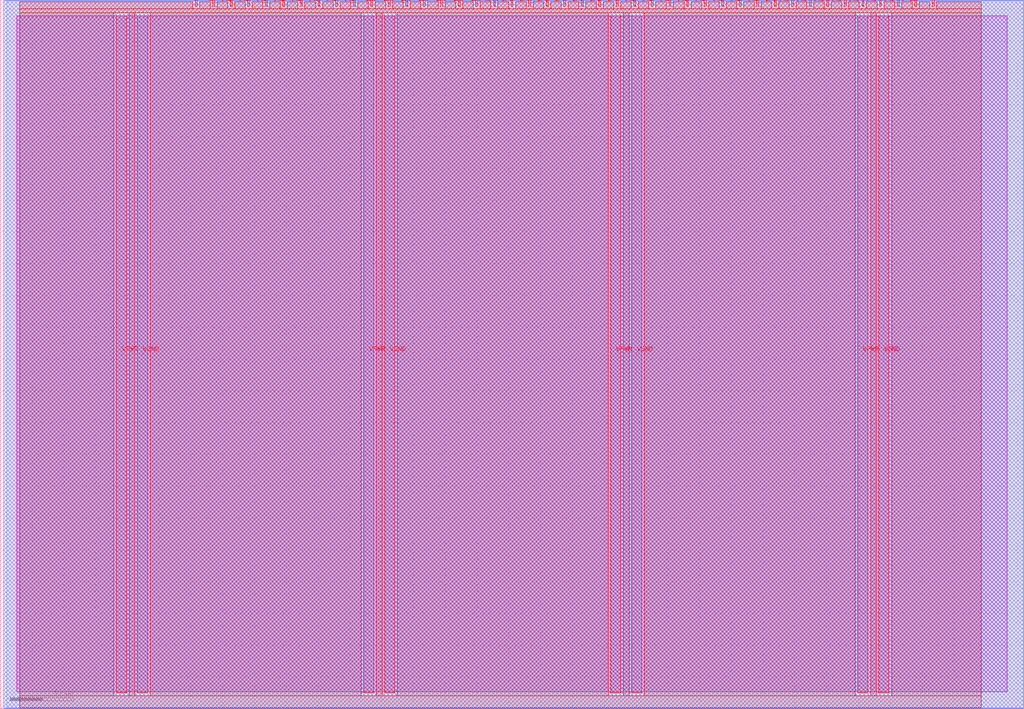
<source format=lef>
VERSION 5.7 ;
  NOWIREEXTENSIONATPIN ON ;
  DIVIDERCHAR "/" ;
  BUSBITCHARS "[]" ;
MACRO tt_um_32_bit_fp_ALU_S_M
  CLASS BLOCK ;
  FOREIGN tt_um_32_bit_fp_ALU_S_M ;
  ORIGIN 0.000 0.000 ;
  SIZE 161.000 BY 111.520 ;
  PIN VGND
    DIRECTION INOUT ;
    USE GROUND ;
    PORT
      LAYER met4 ;
        RECT 21.580 2.480 23.180 109.040 ;
    END
    PORT
      LAYER met4 ;
        RECT 60.450 2.480 62.050 109.040 ;
    END
    PORT
      LAYER met4 ;
        RECT 99.320 2.480 100.920 109.040 ;
    END
    PORT
      LAYER met4 ;
        RECT 138.190 2.480 139.790 109.040 ;
    END
  END VGND
  PIN VPWR
    DIRECTION INOUT ;
    USE POWER ;
    PORT
      LAYER met4 ;
        RECT 18.280 2.480 19.880 109.040 ;
    END
    PORT
      LAYER met4 ;
        RECT 57.150 2.480 58.750 109.040 ;
    END
    PORT
      LAYER met4 ;
        RECT 96.020 2.480 97.620 109.040 ;
    END
    PORT
      LAYER met4 ;
        RECT 134.890 2.480 136.490 109.040 ;
    END
  END VPWR
  PIN clk
    DIRECTION INPUT ;
    USE SIGNAL ;
    ANTENNAGATEAREA 0.852000 ;
    PORT
      LAYER met4 ;
        RECT 143.830 110.520 144.130 111.520 ;
    END
  END clk
  PIN ena
    DIRECTION INPUT ;
    USE SIGNAL ;
    PORT
      LAYER met4 ;
        RECT 146.590 110.520 146.890 111.520 ;
    END
  END ena
  PIN rst_n
    DIRECTION INPUT ;
    USE SIGNAL ;
    ANTENNAGATEAREA 0.631200 ;
    ANTENNADIFFAREA 0.434700 ;
    PORT
      LAYER met4 ;
        RECT 141.070 110.520 141.370 111.520 ;
    END
  END rst_n
  PIN ui_in[0]
    DIRECTION INPUT ;
    USE SIGNAL ;
    ANTENNAGATEAREA 0.159000 ;
    PORT
      LAYER met4 ;
        RECT 138.310 110.520 138.610 111.520 ;
    END
  END ui_in[0]
  PIN ui_in[1]
    DIRECTION INPUT ;
    USE SIGNAL ;
    ANTENNAGATEAREA 0.593700 ;
    ANTENNADIFFAREA 0.434700 ;
    PORT
      LAYER met4 ;
        RECT 135.550 110.520 135.850 111.520 ;
    END
  END ui_in[1]
  PIN ui_in[2]
    DIRECTION INPUT ;
    USE SIGNAL ;
    ANTENNAGATEAREA 0.159000 ;
    PORT
      LAYER met4 ;
        RECT 132.790 110.520 133.090 111.520 ;
    END
  END ui_in[2]
  PIN ui_in[3]
    DIRECTION INPUT ;
    USE SIGNAL ;
    ANTENNAGATEAREA 0.159000 ;
    PORT
      LAYER met4 ;
        RECT 130.030 110.520 130.330 111.520 ;
    END
  END ui_in[3]
  PIN ui_in[4]
    DIRECTION INPUT ;
    USE SIGNAL ;
    ANTENNAGATEAREA 0.593700 ;
    ANTENNADIFFAREA 0.434700 ;
    PORT
      LAYER met4 ;
        RECT 127.270 110.520 127.570 111.520 ;
    END
  END ui_in[4]
  PIN ui_in[5]
    DIRECTION INPUT ;
    USE SIGNAL ;
    ANTENNAGATEAREA 1.028400 ;
    ANTENNADIFFAREA 0.869400 ;
    PORT
      LAYER met4 ;
        RECT 124.510 110.520 124.810 111.520 ;
    END
  END ui_in[5]
  PIN ui_in[6]
    DIRECTION INPUT ;
    USE SIGNAL ;
    ANTENNAGATEAREA 0.593700 ;
    ANTENNADIFFAREA 0.434700 ;
    PORT
      LAYER met4 ;
        RECT 121.750 110.520 122.050 111.520 ;
    END
  END ui_in[6]
  PIN ui_in[7]
    DIRECTION INPUT ;
    USE SIGNAL ;
    ANTENNAGATEAREA 0.213000 ;
    PORT
      LAYER met4 ;
        RECT 118.990 110.520 119.290 111.520 ;
    END
  END ui_in[7]
  PIN uio_in[0]
    DIRECTION INPUT ;
    USE SIGNAL ;
    ANTENNAGATEAREA 0.647700 ;
    ANTENNADIFFAREA 0.434700 ;
    PORT
      LAYER met4 ;
        RECT 116.230 110.520 116.530 111.520 ;
    END
  END uio_in[0]
  PIN uio_in[1]
    DIRECTION INPUT ;
    USE SIGNAL ;
    PORT
      LAYER met4 ;
        RECT 113.470 110.520 113.770 111.520 ;
    END
  END uio_in[1]
  PIN uio_in[2]
    DIRECTION INPUT ;
    USE SIGNAL ;
    ANTENNAGATEAREA 0.631200 ;
    ANTENNADIFFAREA 0.434700 ;
    PORT
      LAYER met4 ;
        RECT 110.710 110.520 111.010 111.520 ;
    END
  END uio_in[2]
  PIN uio_in[3]
    DIRECTION INPUT ;
    USE SIGNAL ;
    PORT
      LAYER met4 ;
        RECT 107.950 110.520 108.250 111.520 ;
    END
  END uio_in[3]
  PIN uio_in[4]
    DIRECTION INPUT ;
    USE SIGNAL ;
    PORT
      LAYER met4 ;
        RECT 105.190 110.520 105.490 111.520 ;
    END
  END uio_in[4]
  PIN uio_in[5]
    DIRECTION INPUT ;
    USE SIGNAL ;
    PORT
      LAYER met4 ;
        RECT 102.430 110.520 102.730 111.520 ;
    END
  END uio_in[5]
  PIN uio_in[6]
    DIRECTION INPUT ;
    USE SIGNAL ;
    PORT
      LAYER met4 ;
        RECT 99.670 110.520 99.970 111.520 ;
    END
  END uio_in[6]
  PIN uio_in[7]
    DIRECTION INPUT ;
    USE SIGNAL ;
    PORT
      LAYER met4 ;
        RECT 96.910 110.520 97.210 111.520 ;
    END
  END uio_in[7]
  PIN uio_oe[0]
    DIRECTION OUTPUT ;
    USE SIGNAL ;
    PORT
      LAYER met4 ;
        RECT 49.990 110.520 50.290 111.520 ;
    END
  END uio_oe[0]
  PIN uio_oe[1]
    DIRECTION OUTPUT ;
    USE SIGNAL ;
    PORT
      LAYER met4 ;
        RECT 47.230 110.520 47.530 111.520 ;
    END
  END uio_oe[1]
  PIN uio_oe[2]
    DIRECTION OUTPUT ;
    USE SIGNAL ;
    PORT
      LAYER met4 ;
        RECT 44.470 110.520 44.770 111.520 ;
    END
  END uio_oe[2]
  PIN uio_oe[3]
    DIRECTION OUTPUT ;
    USE SIGNAL ;
    PORT
      LAYER met4 ;
        RECT 41.710 110.520 42.010 111.520 ;
    END
  END uio_oe[3]
  PIN uio_oe[4]
    DIRECTION OUTPUT ;
    USE SIGNAL ;
    PORT
      LAYER met4 ;
        RECT 38.950 110.520 39.250 111.520 ;
    END
  END uio_oe[4]
  PIN uio_oe[5]
    DIRECTION OUTPUT ;
    USE SIGNAL ;
    PORT
      LAYER met4 ;
        RECT 36.190 110.520 36.490 111.520 ;
    END
  END uio_oe[5]
  PIN uio_oe[6]
    DIRECTION OUTPUT ;
    USE SIGNAL ;
    PORT
      LAYER met4 ;
        RECT 33.430 110.520 33.730 111.520 ;
    END
  END uio_oe[6]
  PIN uio_oe[7]
    DIRECTION OUTPUT ;
    USE SIGNAL ;
    PORT
      LAYER met4 ;
        RECT 30.670 110.520 30.970 111.520 ;
    END
  END uio_oe[7]
  PIN uio_out[0]
    DIRECTION OUTPUT ;
    USE SIGNAL ;
    PORT
      LAYER met4 ;
        RECT 72.070 110.520 72.370 111.520 ;
    END
  END uio_out[0]
  PIN uio_out[1]
    DIRECTION OUTPUT ;
    USE SIGNAL ;
    PORT
      LAYER met4 ;
        RECT 69.310 110.520 69.610 111.520 ;
    END
  END uio_out[1]
  PIN uio_out[2]
    DIRECTION OUTPUT ;
    USE SIGNAL ;
    PORT
      LAYER met4 ;
        RECT 66.550 110.520 66.850 111.520 ;
    END
  END uio_out[2]
  PIN uio_out[3]
    DIRECTION OUTPUT ;
    USE SIGNAL ;
    ANTENNADIFFAREA 0.795200 ;
    PORT
      LAYER met4 ;
        RECT 63.790 110.520 64.090 111.520 ;
    END
  END uio_out[3]
  PIN uio_out[4]
    DIRECTION OUTPUT ;
    USE SIGNAL ;
    ANTENNAGATEAREA 1.611000 ;
    ANTENNADIFFAREA 0.891000 ;
    PORT
      LAYER met4 ;
        RECT 61.030 110.520 61.330 111.520 ;
    END
  END uio_out[4]
  PIN uio_out[5]
    DIRECTION OUTPUT ;
    USE SIGNAL ;
    ANTENNAGATEAREA 1.858500 ;
    ANTENNADIFFAREA 0.891000 ;
    PORT
      LAYER met4 ;
        RECT 58.270 110.520 58.570 111.520 ;
    END
  END uio_out[5]
  PIN uio_out[6]
    DIRECTION OUTPUT ;
    USE SIGNAL ;
    ANTENNAGATEAREA 2.479500 ;
    ANTENNADIFFAREA 0.891000 ;
    PORT
      LAYER met4 ;
        RECT 55.510 110.520 55.810 111.520 ;
    END
  END uio_out[6]
  PIN uio_out[7]
    DIRECTION OUTPUT ;
    USE SIGNAL ;
    ANTENNAGATEAREA 2.106000 ;
    ANTENNADIFFAREA 0.891000 ;
    PORT
      LAYER met4 ;
        RECT 52.750 110.520 53.050 111.520 ;
    END
  END uio_out[7]
  PIN uo_out[0]
    DIRECTION OUTPUT ;
    USE SIGNAL ;
    ANTENNAGATEAREA 0.247500 ;
    ANTENNADIFFAREA 0.891000 ;
    PORT
      LAYER met4 ;
        RECT 94.150 110.520 94.450 111.520 ;
    END
  END uo_out[0]
  PIN uo_out[1]
    DIRECTION OUTPUT ;
    USE SIGNAL ;
    ANTENNAGATEAREA 0.247500 ;
    ANTENNADIFFAREA 0.891000 ;
    PORT
      LAYER met4 ;
        RECT 91.390 110.520 91.690 111.520 ;
    END
  END uo_out[1]
  PIN uo_out[2]
    DIRECTION OUTPUT ;
    USE SIGNAL ;
    ANTENNAGATEAREA 0.247500 ;
    ANTENNADIFFAREA 0.891000 ;
    PORT
      LAYER met4 ;
        RECT 88.630 110.520 88.930 111.520 ;
    END
  END uo_out[2]
  PIN uo_out[3]
    DIRECTION OUTPUT ;
    USE SIGNAL ;
    ANTENNAGATEAREA 0.247500 ;
    ANTENNADIFFAREA 0.891000 ;
    PORT
      LAYER met4 ;
        RECT 85.870 110.520 86.170 111.520 ;
    END
  END uo_out[3]
  PIN uo_out[4]
    DIRECTION OUTPUT ;
    USE SIGNAL ;
    ANTENNAGATEAREA 0.247500 ;
    ANTENNADIFFAREA 0.891000 ;
    PORT
      LAYER met4 ;
        RECT 83.110 110.520 83.410 111.520 ;
    END
  END uo_out[4]
  PIN uo_out[5]
    DIRECTION OUTPUT ;
    USE SIGNAL ;
    ANTENNAGATEAREA 0.247500 ;
    ANTENNADIFFAREA 0.891000 ;
    PORT
      LAYER met4 ;
        RECT 80.350 110.520 80.650 111.520 ;
    END
  END uo_out[5]
  PIN uo_out[6]
    DIRECTION OUTPUT ;
    USE SIGNAL ;
    ANTENNAGATEAREA 0.247500 ;
    ANTENNADIFFAREA 0.891000 ;
    PORT
      LAYER met4 ;
        RECT 77.590 110.520 77.890 111.520 ;
    END
  END uo_out[6]
  PIN uo_out[7]
    DIRECTION OUTPUT ;
    USE SIGNAL ;
    ANTENNAGATEAREA 0.247500 ;
    ANTENNADIFFAREA 0.891000 ;
    PORT
      LAYER met4 ;
        RECT 74.830 110.520 75.130 111.520 ;
    END
  END uo_out[7]
  OBS
      LAYER nwell ;
        RECT 2.570 2.635 158.430 108.990 ;
      LAYER li1 ;
        RECT 2.760 2.635 158.240 108.885 ;
      LAYER met1 ;
        RECT 0.530 0.040 160.930 111.480 ;
      LAYER met2 ;
        RECT 0.560 0.010 160.910 111.510 ;
      LAYER met3 ;
        RECT 0.985 0.175 160.935 111.345 ;
      LAYER met4 ;
        RECT 3.055 110.120 30.270 111.170 ;
        RECT 31.370 110.120 33.030 111.170 ;
        RECT 34.130 110.120 35.790 111.170 ;
        RECT 36.890 110.120 38.550 111.170 ;
        RECT 39.650 110.120 41.310 111.170 ;
        RECT 42.410 110.120 44.070 111.170 ;
        RECT 45.170 110.120 46.830 111.170 ;
        RECT 47.930 110.120 49.590 111.170 ;
        RECT 50.690 110.120 52.350 111.170 ;
        RECT 53.450 110.120 55.110 111.170 ;
        RECT 56.210 110.120 57.870 111.170 ;
        RECT 58.970 110.120 60.630 111.170 ;
        RECT 61.730 110.120 63.390 111.170 ;
        RECT 64.490 110.120 66.150 111.170 ;
        RECT 67.250 110.120 68.910 111.170 ;
        RECT 70.010 110.120 71.670 111.170 ;
        RECT 72.770 110.120 74.430 111.170 ;
        RECT 75.530 110.120 77.190 111.170 ;
        RECT 78.290 110.120 79.950 111.170 ;
        RECT 81.050 110.120 82.710 111.170 ;
        RECT 83.810 110.120 85.470 111.170 ;
        RECT 86.570 110.120 88.230 111.170 ;
        RECT 89.330 110.120 90.990 111.170 ;
        RECT 92.090 110.120 93.750 111.170 ;
        RECT 94.850 110.120 96.510 111.170 ;
        RECT 97.610 110.120 99.270 111.170 ;
        RECT 100.370 110.120 102.030 111.170 ;
        RECT 103.130 110.120 104.790 111.170 ;
        RECT 105.890 110.120 107.550 111.170 ;
        RECT 108.650 110.120 110.310 111.170 ;
        RECT 111.410 110.120 113.070 111.170 ;
        RECT 114.170 110.120 115.830 111.170 ;
        RECT 116.930 110.120 118.590 111.170 ;
        RECT 119.690 110.120 121.350 111.170 ;
        RECT 122.450 110.120 124.110 111.170 ;
        RECT 125.210 110.120 126.870 111.170 ;
        RECT 127.970 110.120 129.630 111.170 ;
        RECT 130.730 110.120 132.390 111.170 ;
        RECT 133.490 110.120 135.150 111.170 ;
        RECT 136.250 110.120 137.910 111.170 ;
        RECT 139.010 110.120 140.670 111.170 ;
        RECT 141.770 110.120 143.430 111.170 ;
        RECT 144.530 110.120 146.190 111.170 ;
        RECT 147.290 110.120 154.265 111.170 ;
        RECT 3.055 109.440 154.265 110.120 ;
        RECT 3.055 2.080 17.880 109.440 ;
        RECT 20.280 2.080 21.180 109.440 ;
        RECT 23.580 2.080 56.750 109.440 ;
        RECT 59.150 2.080 60.050 109.440 ;
        RECT 62.450 2.080 95.620 109.440 ;
        RECT 98.020 2.080 98.920 109.440 ;
        RECT 101.320 2.080 134.490 109.440 ;
        RECT 136.890 2.080 137.790 109.440 ;
        RECT 140.190 2.080 154.265 109.440 ;
        RECT 3.055 0.175 154.265 2.080 ;
  END
END tt_um_32_bit_fp_ALU_S_M
END LIBRARY


</source>
